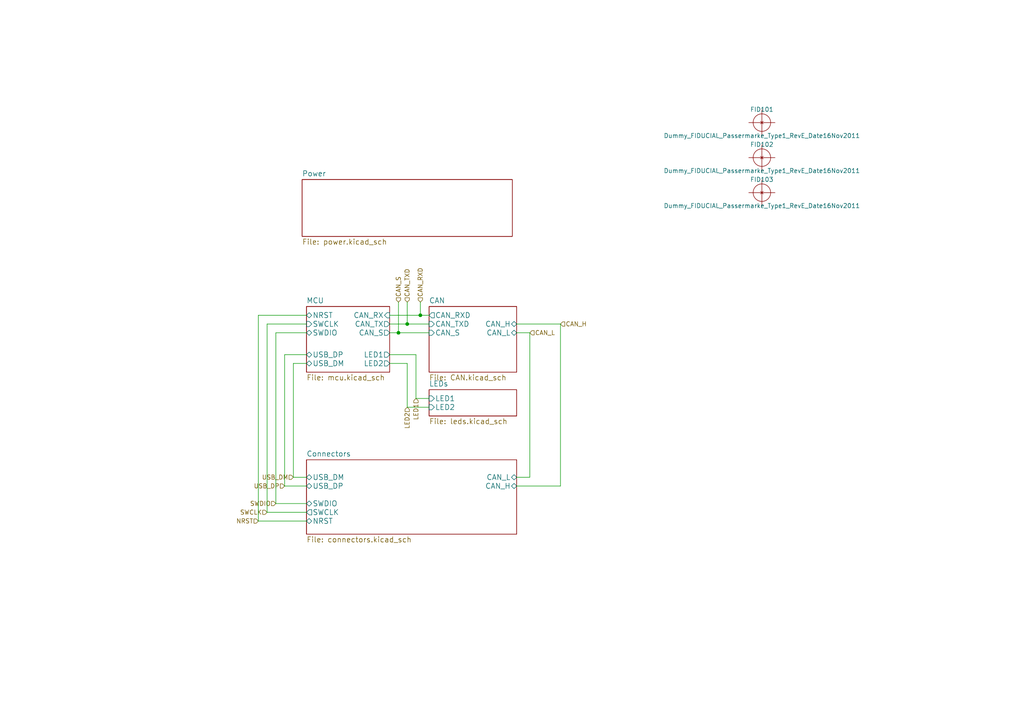
<source format=kicad_sch>
(kicad_sch
	(version 20231120)
	(generator "eeschema")
	(generator_version "8.0")
	(uuid "b36266ca-dc66-45e6-a5b4-6f7b9b1cd00b")
	(paper "A4")
	(lib_symbols
		(symbol "candleLight-rescue:Dummy_FIDUCIAL_Passermarke_Type1_RevE_Date16Nov2011"
			(pin_numbers hide)
			(pin_names
				(offset 0) hide)
			(exclude_from_sim no)
			(in_bom yes)
			(on_board yes)
			(property "Reference" "FID"
				(at 0 3.81 0)
				(effects
					(font
						(size 1.27 1.27)
					)
				)
			)
			(property "Value" "Dummy_FIDUCIAL_Passermarke_Type1_RevE_Date16Nov2011"
				(at 0 -3.81 0)
				(effects
					(font
						(size 1.27 1.27)
					)
				)
			)
			(property "Footprint" ""
				(at 0 0 0)
				(effects
					(font
						(size 1.27 1.27)
					)
				)
			)
			(property "Datasheet" ""
				(at 0 0 0)
				(effects
					(font
						(size 1.27 1.27)
					)
				)
			)
			(property "Description" ""
				(at 0 0 0)
				(effects
					(font
						(size 1.27 1.27)
					)
					(hide yes)
				)
			)
			(property "Field5" ""
				(at 0 0 0)
				(effects
					(font
						(size 1.27 1.27)
					)
					(hide yes)
				)
			)
			(symbol "Dummy_FIDUCIAL_Passermarke_Type1_RevE_Date16Nov2011_0_1"
				(polyline
					(pts
						(xy -3.81 0) (xy 3.81 0)
					)
					(stroke
						(width 0)
						(type solid)
					)
					(fill
						(type none)
					)
				)
				(polyline
					(pts
						(xy 0 3.81) (xy 0 -3.81)
					)
					(stroke
						(width 0)
						(type solid)
					)
					(fill
						(type none)
					)
				)
				(circle
					(center 0 0)
					(radius 2.54)
					(stroke
						(width 0)
						(type solid)
					)
					(fill
						(type none)
					)
				)
			)
			(symbol "Dummy_FIDUCIAL_Passermarke_Type1_RevE_Date16Nov2011_1_1"
				(pin no_connect line
					(at 0 0 0)
					(length 0)
					(name "~"
						(effects
							(font
								(size 0.127 0.127)
							)
						)
					)
					(number "~"
						(effects
							(font
								(size 0.127 0.127)
							)
						)
					)
				)
			)
		)
	)
	(junction
		(at 115.57 96.52)
		(diameter 0)
		(color 0 0 0 0)
		(uuid "10612e8e-571b-444a-800b-e93831afc0fe")
	)
	(junction
		(at 118.11 93.98)
		(diameter 0)
		(color 0 0 0 0)
		(uuid "26dd2560-ae7a-4261-9527-fa1fd97d3e7f")
	)
	(junction
		(at 121.92 91.44)
		(diameter 0)
		(color 0 0 0 0)
		(uuid "583599e3-38d1-4475-9c48-98005762554d")
	)
	(wire
		(pts
			(xy 82.55 102.87) (xy 82.55 140.97)
		)
		(stroke
			(width 0)
			(type default)
		)
		(uuid "0b8dcf04-a1aa-4f0e-81cb-76007e84a2a6")
	)
	(wire
		(pts
			(xy 115.57 96.52) (xy 113.03 96.52)
		)
		(stroke
			(width 0)
			(type default)
		)
		(uuid "1e0c2518-dfc0-474e-9417-bdddf61cb5eb")
	)
	(wire
		(pts
			(xy 85.09 105.41) (xy 88.9 105.41)
		)
		(stroke
			(width 0)
			(type default)
		)
		(uuid "238af596-64a2-49f5-af13-4da55e008133")
	)
	(wire
		(pts
			(xy 74.93 151.13) (xy 88.9 151.13)
		)
		(stroke
			(width 0)
			(type default)
		)
		(uuid "2b2a4286-33f5-458c-b0e9-eb392aedda00")
	)
	(wire
		(pts
			(xy 80.01 96.52) (xy 88.9 96.52)
		)
		(stroke
			(width 0)
			(type default)
		)
		(uuid "2f6b64f3-59c5-431e-b15f-5b744876729b")
	)
	(wire
		(pts
			(xy 121.92 91.44) (xy 124.46 91.44)
		)
		(stroke
			(width 0)
			(type default)
		)
		(uuid "33677ae5-f5a3-4342-9912-98488edf6636")
	)
	(wire
		(pts
			(xy 113.03 105.41) (xy 118.11 105.41)
		)
		(stroke
			(width 0)
			(type default)
		)
		(uuid "354aaf51-bbb5-47de-830c-c05086922667")
	)
	(wire
		(pts
			(xy 162.56 140.97) (xy 149.86 140.97)
		)
		(stroke
			(width 0)
			(type default)
		)
		(uuid "37907e2f-9336-420c-ab4d-e62138008442")
	)
	(wire
		(pts
			(xy 120.65 115.57) (xy 124.46 115.57)
		)
		(stroke
			(width 0)
			(type default)
		)
		(uuid "570d65c1-fab0-4434-aee8-984be6d941b2")
	)
	(wire
		(pts
			(xy 88.9 91.44) (xy 74.93 91.44)
		)
		(stroke
			(width 0)
			(type default)
		)
		(uuid "5a7cc13a-bff3-456d-b536-ef7cf9c89ad7")
	)
	(wire
		(pts
			(xy 88.9 102.87) (xy 82.55 102.87)
		)
		(stroke
			(width 0)
			(type default)
		)
		(uuid "60f3902a-4bbe-434c-b3ce-30bf10444c8e")
	)
	(wire
		(pts
			(xy 74.93 91.44) (xy 74.93 151.13)
		)
		(stroke
			(width 0)
			(type default)
		)
		(uuid "67daf649-c908-45a3-97d7-b08f6b49c013")
	)
	(wire
		(pts
			(xy 115.57 87.63) (xy 115.57 96.52)
		)
		(stroke
			(width 0)
			(type default)
		)
		(uuid "69927efa-4fd8-4f82-8376-75f070f0af74")
	)
	(wire
		(pts
			(xy 118.11 118.11) (xy 124.46 118.11)
		)
		(stroke
			(width 0)
			(type default)
		)
		(uuid "749c28da-3616-48d5-b3f4-aadf890c6a7b")
	)
	(wire
		(pts
			(xy 124.46 93.98) (xy 118.11 93.98)
		)
		(stroke
			(width 0)
			(type default)
		)
		(uuid "81c132fd-89e8-4408-8912-1ac69521da77")
	)
	(wire
		(pts
			(xy 118.11 87.63) (xy 118.11 93.98)
		)
		(stroke
			(width 0)
			(type default)
		)
		(uuid "85dfcf56-e07a-4963-9ce8-443097e4cfbe")
	)
	(wire
		(pts
			(xy 120.65 102.87) (xy 120.65 115.57)
		)
		(stroke
			(width 0)
			(type default)
		)
		(uuid "8a8e52fc-e0e6-450d-9ae9-0e8c1940a468")
	)
	(wire
		(pts
			(xy 82.55 140.97) (xy 88.9 140.97)
		)
		(stroke
			(width 0)
			(type default)
		)
		(uuid "8b484edd-7db5-4f97-964c-b2ca6ba497a8")
	)
	(wire
		(pts
			(xy 121.92 87.63) (xy 121.92 91.44)
		)
		(stroke
			(width 0)
			(type default)
		)
		(uuid "8e51259b-68e1-4a5f-bc43-b3543b0552d7")
	)
	(wire
		(pts
			(xy 118.11 105.41) (xy 118.11 118.11)
		)
		(stroke
			(width 0)
			(type default)
		)
		(uuid "92723eec-95e5-4303-8afc-fea9df204dbf")
	)
	(wire
		(pts
			(xy 85.09 138.43) (xy 88.9 138.43)
		)
		(stroke
			(width 0)
			(type default)
		)
		(uuid "9f1a5ba4-2a95-4da6-99ce-aa382a555dd5")
	)
	(wire
		(pts
			(xy 88.9 146.05) (xy 80.01 146.05)
		)
		(stroke
			(width 0)
			(type default)
		)
		(uuid "a3e72fed-a4bc-4b5d-96f4-b87375d886de")
	)
	(wire
		(pts
			(xy 85.09 105.41) (xy 85.09 138.43)
		)
		(stroke
			(width 0)
			(type default)
		)
		(uuid "aaffe0b8-7b10-4528-b2fe-997ef3837246")
	)
	(wire
		(pts
			(xy 153.67 96.52) (xy 149.86 96.52)
		)
		(stroke
			(width 0)
			(type default)
		)
		(uuid "b310b88d-5159-4183-baea-86a1df4b259f")
	)
	(wire
		(pts
			(xy 113.03 91.44) (xy 121.92 91.44)
		)
		(stroke
			(width 0)
			(type default)
		)
		(uuid "b3f615a3-feb9-42ad-acd0-37e030e9a8df")
	)
	(wire
		(pts
			(xy 118.11 93.98) (xy 113.03 93.98)
		)
		(stroke
			(width 0)
			(type default)
		)
		(uuid "b6f2c8a0-3d9b-4d2d-b0e5-330f85458b6f")
	)
	(wire
		(pts
			(xy 149.86 93.98) (xy 162.56 93.98)
		)
		(stroke
			(width 0)
			(type default)
		)
		(uuid "b84962e8-102f-460a-a9f5-16b7d3ceab14")
	)
	(wire
		(pts
			(xy 162.56 93.98) (xy 162.56 140.97)
		)
		(stroke
			(width 0)
			(type default)
		)
		(uuid "ba9a443c-36cf-4eea-bccf-390fa9a86e92")
	)
	(wire
		(pts
			(xy 80.01 146.05) (xy 80.01 96.52)
		)
		(stroke
			(width 0)
			(type default)
		)
		(uuid "c1570108-1164-4a4d-9807-352c634bcde7")
	)
	(wire
		(pts
			(xy 77.47 93.98) (xy 88.9 93.98)
		)
		(stroke
			(width 0)
			(type default)
		)
		(uuid "c8015c9c-395e-44d6-bb49-722e2c7d7082")
	)
	(wire
		(pts
			(xy 77.47 148.59) (xy 88.9 148.59)
		)
		(stroke
			(width 0)
			(type default)
		)
		(uuid "d14216b1-7cfb-4538-ba1e-63068e97db4a")
	)
	(wire
		(pts
			(xy 124.46 96.52) (xy 115.57 96.52)
		)
		(stroke
			(width 0)
			(type default)
		)
		(uuid "e3df6f19-4576-467a-89d8-e377b55ee89f")
	)
	(wire
		(pts
			(xy 153.67 138.43) (xy 149.86 138.43)
		)
		(stroke
			(width 0)
			(type default)
		)
		(uuid "ecbdc66c-cb91-4efc-9455-0add0a1ffe6c")
	)
	(wire
		(pts
			(xy 77.47 93.98) (xy 77.47 148.59)
		)
		(stroke
			(width 0)
			(type default)
		)
		(uuid "f0f5876b-c5b7-48bf-ab19-887df7e2cd34")
	)
	(wire
		(pts
			(xy 153.67 96.52) (xy 153.67 138.43)
		)
		(stroke
			(width 0)
			(type default)
		)
		(uuid "f316e539-9ffe-445f-8830-d1edc913b6f4")
	)
	(wire
		(pts
			(xy 113.03 102.87) (xy 120.65 102.87)
		)
		(stroke
			(width 0)
			(type default)
		)
		(uuid "fe864c2f-c1c6-4039-8104-7d515c8a892e")
	)
	(hierarchical_label "CAN_RXD"
		(shape input)
		(at 121.92 87.63 90)
		(fields_autoplaced yes)
		(effects
			(font
				(size 1.27 1.27)
			)
			(justify left)
		)
		(uuid "1da85cce-35c5-48bf-9d26-950f1ad23e43")
	)
	(hierarchical_label "USB_DP"
		(shape input)
		(at 82.55 140.97 180)
		(fields_autoplaced yes)
		(effects
			(font
				(size 1.27 1.27)
			)
			(justify right)
		)
		(uuid "1e6fd060-6e32-423b-9e99-0a3c4618aa4b")
	)
	(hierarchical_label "SWDIO"
		(shape input)
		(at 80.01 146.05 180)
		(fields_autoplaced yes)
		(effects
			(font
				(size 1.27 1.27)
			)
			(justify right)
		)
		(uuid "2310d673-f3a7-4213-b1f0-f6ef99c9ec9d")
	)
	(hierarchical_label "SWCLK"
		(shape input)
		(at 77.47 148.59 180)
		(fields_autoplaced yes)
		(effects
			(font
				(size 1.27 1.27)
			)
			(justify right)
		)
		(uuid "33a55f81-93f8-4302-9f1b-ff5406f16bc8")
	)
	(hierarchical_label "NRST"
		(shape input)
		(at 74.93 151.13 180)
		(fields_autoplaced yes)
		(effects
			(font
				(size 1.27 1.27)
			)
			(justify right)
		)
		(uuid "355b7d01-6378-4939-9b14-2e5e1bc63968")
	)
	(hierarchical_label "CAN_H"
		(shape input)
		(at 162.56 93.98 0)
		(fields_autoplaced yes)
		(effects
			(font
				(size 1.27 1.27)
			)
			(justify left)
		)
		(uuid "70a9c08d-6feb-4d85-b133-5ed0fc97fe42")
	)
	(hierarchical_label "LED2"
		(shape input)
		(at 118.11 118.11 270)
		(fields_autoplaced yes)
		(effects
			(font
				(size 1.27 1.27)
			)
			(justify right)
		)
		(uuid "755ca77c-250d-45e8-8e55-ee6e5b4569bd")
	)
	(hierarchical_label "CAN_L"
		(shape input)
		(at 153.67 96.52 0)
		(fields_autoplaced yes)
		(effects
			(font
				(size 1.27 1.27)
			)
			(justify left)
		)
		(uuid "7c4d9d90-3fd4-45b9-a800-4779b4ba1a64")
	)
	(hierarchical_label "CAN_TXD"
		(shape input)
		(at 118.11 87.63 90)
		(fields_autoplaced yes)
		(effects
			(font
				(size 1.27 1.27)
			)
			(justify left)
		)
		(uuid "d9e28739-f0b7-433c-87e8-3baf7cc6c995")
	)
	(hierarchical_label "USB_DM"
		(shape input)
		(at 85.09 138.43 180)
		(fields_autoplaced yes)
		(effects
			(font
				(size 1.27 1.27)
			)
			(justify right)
		)
		(uuid "dbda016a-2688-44a0-97a2-cf626914d8e4")
	)
	(hierarchical_label "CAN_S"
		(shape input)
		(at 115.57 87.63 90)
		(fields_autoplaced yes)
		(effects
			(font
				(size 1.27 1.27)
			)
			(justify left)
		)
		(uuid "f5350ac6-5e58-4ba9-ba83-26b2484ee997")
	)
	(hierarchical_label "LED1"
		(shape input)
		(at 120.65 115.57 270)
		(fields_autoplaced yes)
		(effects
			(font
				(size 1.27 1.27)
			)
			(justify right)
		)
		(uuid "f8dd36c8-c49f-4eee-8136-2c117d75313e")
	)
	(symbol
		(lib_id "candleLight-rescue:Dummy_FIDUCIAL_Passermarke_Type1_RevE_Date16Nov2011")
		(at 220.98 35.56 0)
		(unit 1)
		(exclude_from_sim no)
		(in_bom yes)
		(on_board yes)
		(dnp no)
		(uuid "00000000-0000-0000-0000-000056fc5cd2")
		(property "Reference" "FID101"
			(at 220.98 31.75 0)
			(effects
				(font
					(size 1.27 1.27)
				)
			)
		)
		(property "Value" "Dummy_FIDUCIAL_Passermarke_Type1_RevE_Date16Nov2011"
			(at 220.98 39.37 0)
			(effects
				(font
					(size 1.27 1.27)
				)
			)
		)
		(property "Footprint" "Fiducials:Fiducial_1mm_Dia_2.54mm_Outer_CopperTop"
			(at 220.98 35.56 0)
			(effects
				(font
					(size 1.27 1.27)
				)
				(hide yes)
			)
		)
		(property "Datasheet" ""
			(at 220.98 35.56 0)
			(effects
				(font
					(size 1.27 1.27)
				)
			)
		)
		(property "Description" ""
			(at 220.98 35.56 0)
			(effects
				(font
					(size 1.27 1.27)
				)
				(hide yes)
			)
		)
		(pin "~"
			(uuid "826e85db-7adb-491e-a30f-0d1f80beb538")
		)
		(instances
			(project ""
				(path "/a7c5f877-da93-493b-a81a-835318e2a893"
					(reference "FID101")
					(unit 1)
				)
			)
		)
	)
	(symbol
		(lib_id "candleLight-rescue:Dummy_FIDUCIAL_Passermarke_Type1_RevE_Date16Nov2011")
		(at 220.98 45.72 0)
		(unit 1)
		(exclude_from_sim no)
		(in_bom yes)
		(on_board yes)
		(dnp no)
		(uuid "00000000-0000-0000-0000-000056fc5dc9")
		(property "Reference" "FID102"
			(at 220.98 41.91 0)
			(effects
				(font
					(size 1.27 1.27)
				)
			)
		)
		(property "Value" "Dummy_FIDUCIAL_Passermarke_Type1_RevE_Date16Nov2011"
			(at 220.98 49.53 0)
			(effects
				(font
					(size 1.27 1.27)
				)
			)
		)
		(property "Footprint" "Fiducials:Fiducial_1mm_Dia_2.54mm_Outer_CopperTop"
			(at 220.98 45.72 0)
			(effects
				(font
					(size 1.27 1.27)
				)
				(hide yes)
			)
		)
		(property "Datasheet" ""
			(at 220.98 45.72 0)
			(effects
				(font
					(size 1.27 1.27)
				)
			)
		)
		(property "Description" ""
			(at 220.98 45.72 0)
			(effects
				(font
					(size 1.27 1.27)
				)
				(hide yes)
			)
		)
		(pin "~"
			(uuid "526db8f1-a3ea-4401-b0e5-4ae527d84fc8")
		)
		(instances
			(project ""
				(path "/a7c5f877-da93-493b-a81a-835318e2a893"
					(reference "FID102")
					(unit 1)
				)
			)
		)
	)
	(symbol
		(lib_id "candleLight-rescue:Dummy_FIDUCIAL_Passermarke_Type1_RevE_Date16Nov2011")
		(at 220.98 55.88 0)
		(unit 1)
		(exclude_from_sim no)
		(in_bom yes)
		(on_board yes)
		(dnp no)
		(uuid "00000000-0000-0000-0000-000056fc6d4e")
		(property "Reference" "FID103"
			(at 220.98 52.07 0)
			(effects
				(font
					(size 1.27 1.27)
				)
			)
		)
		(property "Value" "Dummy_FIDUCIAL_Passermarke_Type1_RevE_Date16Nov2011"
			(at 220.98 59.69 0)
			(effects
				(font
					(size 1.27 1.27)
				)
			)
		)
		(property "Footprint" "Fiducials:Fiducial_1mm_Dia_2.54mm_Outer_CopperTop"
			(at 220.98 55.88 0)
			(effects
				(font
					(size 1.27 1.27)
				)
				(hide yes)
			)
		)
		(property "Datasheet" ""
			(at 220.98 55.88 0)
			(effects
				(font
					(size 1.27 1.27)
				)
			)
		)
		(property "Description" ""
			(at 220.98 55.88 0)
			(effects
				(font
					(size 1.27 1.27)
				)
				(hide yes)
			)
		)
		(pin "~"
			(uuid "3f12f191-ad58-4114-ba21-0b3a6483b147")
		)
		(instances
			(project ""
				(path "/a7c5f877-da93-493b-a81a-835318e2a893"
					(reference "FID103")
					(unit 1)
				)
			)
		)
	)
	(sheet
		(at 88.9 88.9)
		(size 24.13 19.05)
		(fields_autoplaced yes)
		(stroke
			(width 0)
			(type solid)
		)
		(fill
			(color 0 0 0 0.0000)
		)
		(uuid "00000000-0000-0000-0000-000056f3b16b")
		(property "Sheetname" "MCU"
			(at 88.9 88.0614 0)
			(effects
				(font
					(size 1.524 1.524)
				)
				(justify left bottom)
			)
		)
		(property "Sheetfile" "mcu.kicad_sch"
			(at 88.9 108.6362 0)
			(effects
				(font
					(size 1.524 1.524)
				)
				(justify left top)
			)
		)
		(pin "NRST" bidirectional
			(at 88.9 91.44 180)
			(effects
				(font
					(size 1.524 1.524)
				)
				(justify left)
			)
			(uuid "6208ce85-2766-404b-95be-9a533af094e1")
		)
		(pin "SWCLK" input
			(at 88.9 93.98 180)
			(effects
				(font
					(size 1.524 1.524)
				)
				(justify left)
			)
			(uuid "367d53ca-e12f-4e4f-b939-040e76a4cc65")
		)
		(pin "SWDIO" bidirectional
			(at 88.9 96.52 180)
			(effects
				(font
					(size 1.524 1.524)
				)
				(justify left)
			)
			(uuid "b3c16861-fb5d-4377-a8a4-5adb3fb45c6e")
		)
		(pin "USB_DP" bidirectional
			(at 88.9 102.87 180)
			(effects
				(font
					(size 1.524 1.524)
				)
				(justify left)
			)
			(uuid "ae9eb28a-69e7-445d-89ea-0a3b3e32144f")
		)
		(pin "USB_DM" bidirectional
			(at 88.9 105.41 180)
			(effects
				(font
					(size 1.524 1.524)
				)
				(justify left)
			)
			(uuid "746ad7f7-2796-4fce-9c52-db7a747e62b5")
		)
		(pin "CAN_TX" output
			(at 113.03 93.98 0)
			(effects
				(font
					(size 1.524 1.524)
				)
				(justify right)
			)
			(uuid "51436218-f56f-47aa-a760-a6637a9dc963")
		)
		(pin "LED2" output
			(at 113.03 105.41 0)
			(effects
				(font
					(size 1.524 1.524)
				)
				(justify right)
			)
			(uuid "1baee1a0-7dad-452f-9e16-06dc2c371cd2")
		)
		(pin "LED1" output
			(at 113.03 102.87 0)
			(effects
				(font
					(size 1.524 1.524)
				)
				(justify right)
			)
			(uuid "206fef79-371b-455f-a47e-a0894597ced2")
		)
		(pin "CAN_S" output
			(at 113.03 96.52 0)
			(effects
				(font
					(size 1.524 1.524)
				)
				(justify right)
			)
			(uuid "73e17dca-168c-437b-8ed3-6d04dca9fa8b")
		)
		(pin "CAN_RX" input
			(at 113.03 91.44 0)
			(effects
				(font
					(size 1.524 1.524)
				)
				(justify right)
			)
			(uuid "9237c737-a98b-44fe-a77d-0b19b3a358e8")
		)
		(instances
			(project "candleLight"
				(path "/a7c5f877-da93-493b-a81a-835318e2a893"
					(page "3")
				)
			)
		)
	)
	(sheet
		(at 87.63 52.07)
		(size 60.96 16.51)
		(fields_autoplaced yes)
		(stroke
			(width 0)
			(type solid)
		)
		(fill
			(color 0 0 0 0.0000)
		)
		(uuid "00000000-0000-0000-0000-000056f3b1a0")
		(property "Sheetname" "Power"
			(at 87.63 51.2314 0)
			(effects
				(font
					(size 1.524 1.524)
				)
				(justify left bottom)
			)
		)
		(property "Sheetfile" "power.kicad_sch"
			(at 87.63 69.2662 0)
			(effects
				(font
					(size 1.524 1.524)
				)
				(justify left top)
			)
		)
		(instances
			(project "candleLight"
				(path "/a7c5f877-da93-493b-a81a-835318e2a893"
					(page "2")
				)
			)
		)
	)
	(sheet
		(at 124.46 88.9)
		(size 25.4 19.05)
		(fields_autoplaced yes)
		(stroke
			(width 0)
			(type solid)
		)
		(fill
			(color 0 0 0 0.0000)
		)
		(uuid "00000000-0000-0000-0000-000056f3b1ac")
		(property "Sheetname" "CAN"
			(at 124.46 88.0614 0)
			(effects
				(font
					(size 1.524 1.524)
				)
				(justify left bottom)
			)
		)
		(property "Sheetfile" "CAN.kicad_sch"
			(at 124.46 108.6362 0)
			(effects
				(font
					(size 1.524 1.524)
				)
				(justify left top)
			)
		)
		(pin "CAN_TXD" input
			(at 124.46 93.98 180)
			(effects
				(font
					(size 1.524 1.524)
				)
				(justify left)
			)
			(uuid "51608490-d915-4bcd-9c5a-e2d153e457b7")
		)
		(pin "CAN_RXD" output
			(at 124.46 91.44 180)
			(effects
				(font
					(size 1.524 1.524)
				)
				(justify left)
			)
			(uuid "65e94846-5d88-4db4-84a4-229aa4738731")
		)
		(pin "CAN_S" input
			(at 124.46 96.52 180)
			(effects
				(font
					(size 1.524 1.524)
				)
				(justify left)
			)
			(uuid "13da94f9-73cc-4365-a66d-4c79fd91628b")
		)
		(pin "CAN_H" bidirectional
			(at 149.86 93.98 0)
			(effects
				(font
					(size 1.524 1.524)
				)
				(justify right)
			)
			(uuid "2749fb63-38a8-4be1-9b3a-2ff3a6cd9f59")
		)
		(pin "CAN_L" bidirectional
			(at 149.86 96.52 0)
			(effects
				(font
					(size 1.524 1.524)
				)
				(justify right)
			)
			(uuid "60396325-4d52-477b-9491-d85aec5542d6")
		)
		(instances
			(project "candleLight"
				(path "/a7c5f877-da93-493b-a81a-835318e2a893"
					(page "5")
				)
			)
		)
	)
	(sheet
		(at 88.9 133.35)
		(size 60.96 21.59)
		(fields_autoplaced yes)
		(stroke
			(width 0)
			(type solid)
		)
		(fill
			(color 0 0 0 0.0000)
		)
		(uuid "00000000-0000-0000-0000-000056f568c1")
		(property "Sheetname" "Connectors"
			(at 88.9 132.5114 0)
			(effects
				(font
					(size 1.524 1.524)
				)
				(justify left bottom)
			)
		)
		(property "Sheetfile" "connectors.kicad_sch"
			(at 88.9 155.6262 0)
			(effects
				(font
					(size 1.524 1.524)
				)
				(justify left top)
			)
		)
		(pin "CAN_L" bidirectional
			(at 149.86 138.43 0)
			(effects
				(font
					(size 1.524 1.524)
				)
				(justify right)
			)
			(uuid "8237002b-6f0f-43f7-8328-ef844b068dc3")
		)
		(pin "CAN_H" bidirectional
			(at 149.86 140.97 0)
			(effects
				(font
					(size 1.524 1.524)
				)
				(justify right)
			)
			(uuid "d7f8e6d4-546e-466f-956c-e621d55933cb")
		)
		(pin "USB_DM" bidirectional
			(at 88.9 138.43 180)
			(effects
				(font
					(size 1.524 1.524)
				)
				(justify left)
			)
			(uuid "7fe4c7fd-8b5e-468b-9107-5e131b39436d")
		)
		(pin "USB_DP" bidirectional
			(at 88.9 140.97 180)
			(effects
				(font
					(size 1.524 1.524)
				)
				(justify left)
			)
			(uuid "c0fc88ac-9c61-4b6a-8623-0cfeac5fc7c8")
		)
		(pin "SWCLK" output
			(at 88.9 148.59 180)
			(effects
				(font
					(size 1.524 1.524)
				)
				(justify left)
			)
			(uuid "a84d424e-8683-435f-9810-89886e8aa4cf")
		)
		(pin "SWDIO" bidirectional
			(at 88.9 146.05 180)
			(effects
				(font
					(size 1.524 1.524)
				)
				(justify left)
			)
			(uuid "f8dfd596-6375-48fc-ba2b-bef932d381cb")
		)
		(pin "NRST" bidirectional
			(at 88.9 151.13 180)
			(effects
				(font
					(size 1.524 1.524)
				)
				(justify left)
			)
			(uuid "7d66edbb-4d0b-4763-a243-cfaf546c10ac")
		)
		(instances
			(project "candleLight"
				(path "/a7c5f877-da93-493b-a81a-835318e2a893"
					(page "4")
				)
			)
		)
	)
	(sheet
		(at 124.46 113.03)
		(size 25.4 7.62)
		(fields_autoplaced yes)
		(stroke
			(width 0)
			(type solid)
		)
		(fill
			(color 0 0 0 0.0000)
		)
		(uuid "00000000-0000-0000-0000-000056f5f6f8")
		(property "Sheetname" "LEDs"
			(at 124.46 112.1914 0)
			(effects
				(font
					(size 1.524 1.524)
				)
				(justify left bottom)
			)
		)
		(property "Sheetfile" "leds.kicad_sch"
			(at 124.46 121.3362 0)
			(effects
				(font
					(size 1.524 1.524)
				)
				(justify left top)
			)
		)
		(pin "LED2" input
			(at 124.46 118.11 180)
			(effects
				(font
					(size 1.524 1.524)
				)
				(justify left)
			)
			(uuid "32b44f2c-e720-49ba-be55-e571fd1cb542")
		)
		(pin "LED1" input
			(at 124.46 115.57 180)
			(effects
				(font
					(size 1.524 1.524)
				)
				(justify left)
			)
			(uuid "f7362c03-62de-41fd-a1ff-c1d84b9bb437")
		)
		(instances
			(project "candleLight"
				(path "/a7c5f877-da93-493b-a81a-835318e2a893"
					(page "6")
				)
			)
		)
	)
)

</source>
